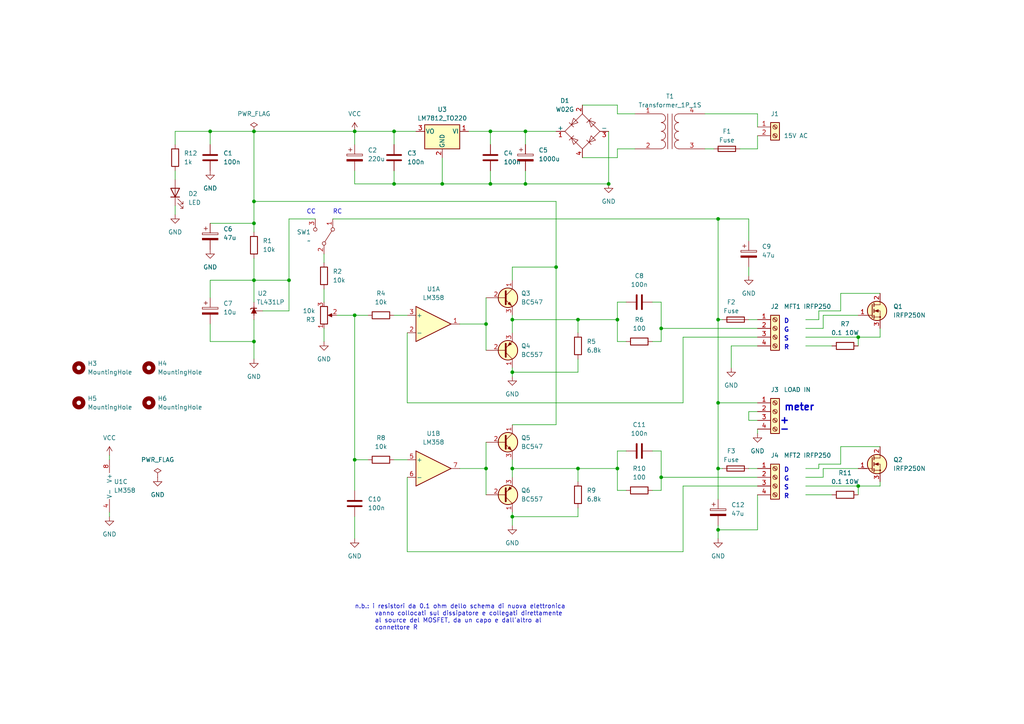
<source format=kicad_sch>
(kicad_sch (version 20231120) (generator "eeschema") (generator_version "8.0")
  (paper "A4")
  (lib_symbols
    (symbol "Amplifier_Operational:LM358" (pin_names (offset 0.127))
      (property "Reference" "U" (at 0 5.08 0))
      (property "Value" "LM358" (at 0 -5.08 0))
      (symbol "LM358_1_1"
        (polyline (pts (xy -5.08 5.08) (xy 5.08 0) (xy -5.08 -5.08) (xy -5.08 5.08)) (stroke (width 0.254)) (fill (type background)))
        (pin output line (at 7.62 0 180) (length 2.54) (name "~") (number "1"))
        (pin input line (at -7.62 -2.54 0) (length 2.54) (name "-") (number "2"))
        (pin input line (at -7.62 2.54 0) (length 2.54) (name "+") (number "3"))
      )
      (symbol "LM358_2_1"
        (polyline (pts (xy -5.08 5.08) (xy 5.08 0) (xy -5.08 -5.08) (xy -5.08 5.08)) (stroke (width 0.254)) (fill (type background)))
        (pin input line (at -7.62 2.54 0) (length 2.54) (name "+") (number "5"))
        (pin input line (at -7.62 -2.54 0) (length 2.54) (name "-") (number "6"))
        (pin output line (at 7.62 0 180) (length 2.54) (name "~") (number "7"))
      )
      (symbol "LM358_3_1"
        (pin power_in line (at -2.54 -7.62 90) (length 3.81) (name "V-") (number "4"))
        (pin power_in line (at -2.54 7.62 270) (length 3.81) (name "V+") (number "8"))
      )
    )
    (symbol "Connector:Screw_Terminal_01x02" (pin_names (offset 1.016) hide)
      (property "Reference" "J" (at 0 2.54 0))
      (property "Value" "Screw_Terminal_01x02" (at 0 -5.08 0))
      (symbol "Screw_Terminal_01x02_1_1"
        (rectangle (start -1.27 1.27) (end 1.27 -3.81) (stroke (width 0.254)) (fill (type background)))
        (circle (center 0 -2.54) (radius 0.635) (stroke (width 0.1524)))
        (polyline (pts (xy -0.5334 -2.2098) (xy 0.3302 -3.048)) (stroke (width 0.1524)))
        (polyline (pts (xy -0.5334 0.3302) (xy 0.3302 -0.508)) (stroke (width 0.1524)))
        (polyline (pts (xy -0.3556 -2.032) (xy 0.508 -2.8702)) (stroke (width 0.1524)))
        (polyline (pts (xy -0.3556 0.508) (xy 0.508 -0.3302)) (stroke (width 0.1524)))
        (circle (center 0 0) (radius 0.635) (stroke (width 0.1524)))
        (pin passive line (at -5.08 0 0) (length 3.81) (name "Pin_1") (number "1"))
        (pin passive line (at -5.08 -2.54 0) (length 3.81) (name "Pin_2") (number "2"))
      )
    )
    (symbol "Connector:Screw_Terminal_01x04" (pin_names (offset 1.016) hide)
      (property "Reference" "J" (at 0 5.08 0))
      (property "Value" "Screw_Terminal_01x04" (at 0 -7.62 0))
      (symbol "Screw_Terminal_01x04_1_1"
        (rectangle (start -1.27 3.81) (end 1.27 -6.35) (stroke (width 0.254)) (fill (type background)))
        (circle (center 0 -5.08) (radius 0.635) (stroke (width 0.1524)))
        (circle (center 0 -2.54) (radius 0.635) (stroke (width 0.1524)))
        (polyline (pts (xy -0.5334 -4.7498) (xy 0.3302 -5.588)) (stroke (width 0.1524)))
        (polyline (pts (xy -0.5334 -2.2098) (xy 0.3302 -3.048)) (stroke (width 0.1524)))
        (polyline (pts (xy -0.5334 0.3302) (xy 0.3302 -0.508)) (stroke (width 0.1524)))
        (polyline (pts (xy -0.5334 2.8702) (xy 0.3302 2.032)) (stroke (width 0.1524)))
        (polyline (pts (xy -0.3556 -4.572) (xy 0.508 -5.4102)) (stroke (width 0.1524)))
        (polyline (pts (xy -0.3556 -2.032) (xy 0.508 -2.8702)) (stroke (width 0.1524)))
        (polyline (pts (xy -0.3556 0.508) (xy 0.508 -0.3302)) (stroke (width 0.1524)))
        (polyline (pts (xy -0.3556 3.048) (xy 0.508 2.2098)) (stroke (width 0.1524)))
        (circle (center 0 0) (radius 0.635) (stroke (width 0.1524)))
        (circle (center 0 2.54) (radius 0.635) (stroke (width 0.1524)))
        (pin passive line (at -5.08 2.54 0) (length 3.81) (name "Pin_1") (number "1"))
        (pin passive line (at -5.08 0 0) (length 3.81) (name "Pin_2") (number "2"))
        (pin passive line (at -5.08 -2.54 0) (length 3.81) (name "Pin_3") (number "3"))
        (pin passive line (at -5.08 -5.08 0) (length 3.81) (name "Pin_4") (number "4"))
      )
    )
    (symbol "Device:C" (pin_numbers hide) (pin_names (offset 0.254))
      (property "Reference" "C" (at 0.635 2.54 0))
      (property "Value" "C" (at 0.635 -2.54 0))
      (symbol "C_0_1"
        (polyline (pts (xy -2.032 -0.762) (xy 2.032 -0.762)) (stroke (width 0.508)))
        (polyline (pts (xy -2.032 0.762) (xy 2.032 0.762)) (stroke (width 0.508)))
      )
      (symbol "C_1_1"
        (pin passive line (at 0 3.81 270) (length 2.794) (name "~") (number "1"))
        (pin passive line (at 0 -3.81 90) (length 2.794) (name "~") (number "2"))
      )
    )
    (symbol "Device:C_Polarized" (pin_numbers hide) (pin_names (offset 0.254))
      (property "Reference" "C" (at 0.635 2.54 0))
      (property "Value" "C_Polarized" (at 0.635 -2.54 0))
      (symbol "C_Polarized_0_1"
        (rectangle (start -2.286 0.508) (end 2.286 1.016))
        (polyline (pts (xy -1.778 2.286) (xy -0.762 2.286)))
        (polyline (pts (xy -1.27 2.794) (xy -1.27 1.778)))
        (rectangle (start 2.286 -0.508) (end -2.286 -1.016) (fill (type outline)))
      )
      (symbol "C_Polarized_1_1"
        (pin passive line (at 0 3.81 270) (length 2.794) (name "~") (number "1"))
        (pin passive line (at 0 -3.81 90) (length 2.794) (name "~") (number "2"))
      )
    )
    (symbol "Device:Fuse" (pin_numbers hide) (pin_names (offset 0))
      (property "Reference" "F" (at 2.032 0 90))
      (property "Value" "Fuse" (at -1.905 0 90))
      (symbol "Fuse_0_1"
        (rectangle (start -0.762 -2.54) (end 0.762 2.54) (stroke (width 0.254)))
        (polyline (pts (xy 0 2.54) (xy 0 -2.54)))
      )
      (symbol "Fuse_1_1"
        (pin passive line (at 0 3.81 270) (length 1.27) (name "~") (number "1"))
        (pin passive line (at 0 -3.81 90) (length 1.27) (name "~") (number "2"))
      )
    )
    (symbol "Device:LED" (pin_numbers hide) (pin_names (offset 1.016) hide)
      (property "Reference" "D" (at 0 2.54 0))
      (property "Value" "LED" (at 0 -2.54 0))
      (symbol "LED_0_1"
        (polyline (pts (xy -1.27 -1.27) (xy -1.27 1.27)) (stroke (width 0.254)))
        (polyline (pts (xy -1.27 0) (xy 1.27 0)))
        (polyline (pts (xy 1.27 -1.27) (xy 1.27 1.27) (xy -1.27 0) (xy 1.27 -1.27)) (stroke (width 0.254)))
        (polyline (pts (xy -3.048 -0.762) (xy -4.572 -2.286) (xy -3.81 -2.286) (xy -4.572 -2.286) (xy -4.572 -1.524)))
        (polyline (pts (xy -1.778 -0.762) (xy -3.302 -2.286) (xy -2.54 -2.286) (xy -3.302 -2.286) (xy -3.302 -1.524)))
      )
      (symbol "LED_1_1"
        (pin passive line (at -3.81 0 0) (length 2.54) (name "K") (number "1"))
        (pin passive line (at 3.81 0 180) (length 2.54) (name "A") (number "2"))
      )
    )
    (symbol "Device:R" (pin_numbers hide) (pin_names (offset 0))
      (property "Reference" "R" (at 2.032 0 90))
      (property "Value" "R" (at 0 0 90))
      (symbol "R_0_1"
        (rectangle (start -1.016 -2.54) (end 1.016 2.54) (stroke (width 0.254)))
      )
      (symbol "R_1_1"
        (pin passive line (at 0 3.81 270) (length 1.27) (name "~") (number "1"))
        (pin passive line (at 0 -3.81 90) (length 1.27) (name "~") (number "2"))
      )
    )
    (symbol "Device:R_Potentiometer" (pin_names (offset 1.016) hide)
      (property "Reference" "RV" (at -4.445 0 90))
      (property "Value" "R_Potentiometer" (at -2.54 0 90))
      (symbol "R_Potentiometer_0_1"
        (polyline (pts (xy 2.54 0) (xy 1.524 0)))
        (polyline (pts (xy 1.143 0) (xy 2.286 0.508) (xy 2.286 -0.508) (xy 1.143 0)) (fill (type outline)))
        (rectangle (start 1.016 2.54) (end -1.016 -2.54) (stroke (width 0.254)))
      )
      (symbol "R_Potentiometer_1_1"
        (pin passive line (at 0 3.81 270) (length 1.27) (name "1") (number "1"))
        (pin passive line (at 3.81 0 180) (length 1.27) (name "2") (number "2"))
        (pin passive line (at 0 -3.81 90) (length 1.27) (name "3") (number "3"))
      )
    )
    (symbol "Device:Transformer_1P_1S" (pin_names (offset 1.016) hide)
      (property "Reference" "T" (at 0 6.35 0))
      (property "Value" "Transformer_1P_1S" (at 0 -7.62 0))
      (symbol "Transformer_1P_1S_0_1"
        (arc (start -2.54 -5.0546) (mid -1.6599 -4.6901) (end -1.27 -3.81))
        (arc (start -2.54 -2.5146) (mid -1.6599 -2.1501) (end -1.27 -1.27))
        (arc (start -2.54 0.0254) (mid -1.6599 0.3899) (end -1.27 1.27))
        (arc (start -2.54 2.5654) (mid -1.6599 2.9299) (end -1.27 3.81))
        (arc (start -1.27 -3.81) (mid -1.642 -2.912) (end -2.54 -2.54))
        (arc (start -1.27 -1.27) (mid -1.642 -0.372) (end -2.54 0))
        (arc (start -1.27 1.27) (mid -1.642 2.168) (end -2.54 2.54))
        (arc (start -1.27 3.81) (mid -1.642 4.708) (end -2.54 5.08))
        (polyline (pts (xy -0.635 5.08) (xy -0.635 -5.08)))
        (polyline (pts (xy 0.635 -5.08) (xy 0.635 5.08)))
        (arc (start 1.2954 -1.27) (mid 1.6599 -2.1501) (end 2.54 -2.5146))
        (arc (start 1.2954 1.27) (mid 1.6599 0.3899) (end 2.54 0.0254))
        (arc (start 1.2954 3.81) (mid 1.6599 2.9299) (end 2.54 2.5654))
        (arc (start 1.3208 -3.81) (mid 1.6853 -4.6901) (end 2.5654 -5.0546))
        (arc (start 2.54 0) (mid 1.642 -0.372) (end 1.2954 -1.27))
        (arc (start 2.54 2.54) (mid 1.642 2.168) (end 1.2954 1.27))
        (arc (start 2.54 5.08) (mid 1.642 4.708) (end 1.2954 3.81))
        (arc (start 2.5654 -2.54) (mid 1.6674 -2.912) (end 1.3208 -3.81))
      )
      (symbol "Transformer_1P_1S_1_1"
        (pin passive line (at -10.16 5.08 0) (length 7.62) (name "AA") (number "1"))
        (pin passive line (at -10.16 -5.08 0) (length 7.62) (name "AB") (number "2"))
        (pin passive line (at 10.16 -5.08 180) (length 7.62) (name "SA") (number "3"))
        (pin passive line (at 10.16 5.08 180) (length 7.62) (name "SB") (number "4"))
      )
    )
    (symbol "Diode_Bridge:W02G" (pin_names (offset 0))
      (property "Reference" "D" (at 2.54 6.985 0))
      (property "Value" "W02G" (at 2.54 5.08 0))
      (symbol "W02G_0_1"
        (polyline (pts (xy -2.54 3.81) (xy -1.27 2.54)))
        (polyline (pts (xy -1.27 -2.54) (xy -2.54 -3.81)))
        (polyline (pts (xy 2.54 -1.27) (xy 3.81 -2.54)))
        (polyline (pts (xy 2.54 1.27) (xy 3.81 2.54)))
        (polyline (pts (xy -3.81 2.54) (xy -2.54 1.27) (xy -1.905 3.175) (xy -3.81 2.54)))
        (polyline (pts (xy -2.54 -1.27) (xy -3.81 -2.54) (xy -1.905 -3.175) (xy -2.54 -1.27)))
        (polyline (pts (xy 1.27 2.54) (xy 2.54 3.81) (xy 3.175 1.905) (xy 1.27 2.54)))
        (polyline (pts (xy 3.175 -1.905) (xy 1.27 -2.54) (xy 2.54 -3.81) (xy 3.175 -1.905)))
        (polyline (pts (xy -5.08 0) (xy 0 -5.08) (xy 5.08 0) (xy 0 5.08) (xy -5.08 0)))
      )
      (symbol "W02G_1_1"
        (pin passive line (at 7.62 0 180) (length 2.54) (name "+") (number "1"))
        (pin passive line (at 0 -7.62 90) (length 2.54) (name "~") (number "2"))
        (pin passive line (at -7.62 0 0) (length 2.54) (name "-") (number "3"))
        (pin passive line (at 0 7.62 270) (length 2.54) (name "~") (number "4"))
      )
    )
    (symbol "Mechanical:MountingHole" (pin_names (offset 1.016))
      (property "Reference" "H" (at 0 5.08 0))
      (property "Value" "MountingHole" (at 0 3.175 0))
      (symbol "MountingHole_0_1"
        (circle (center 0 0) (radius 1.27) (stroke (width 1.27)))
      )
    )
    (symbol "PCM_Transistor_BJT_AKL:BC547" (pin_names hide)
      (property "Reference" "Q" (at 5.08 1.27 0))
      (property "Value" "BC547" (at 5.08 -1.27 0))
      (symbol "BC547_0_1"
        (polyline (pts (xy 0.635 0.635) (xy 2.54 2.54)))
        (polyline (pts (xy 0.635 -0.635) (xy 2.54 -2.54) (xy 2.54 -2.54)))
        (polyline (pts (xy 0.635 1.905) (xy 0.635 -1.905) (xy 0.635 -1.905)) (stroke (width 0.508)))
        (polyline (pts (xy 1.27 -1.778) (xy 1.778 -1.27) (xy 2.286 -2.286) (xy 1.27 -1.778) (xy 1.27 -1.778)) (fill (type outline)))
        (circle (center 1.27 0) (radius 2.8194) (stroke (width 0.254)) (fill (type background)))
      )
      (symbol "BC547_1_1"
        (pin passive line (at 2.54 5.08 270) (length 2.54) (name "C") (number "1"))
        (pin input line (at -5.08 0 0) (length 5.715) (name "B") (number "2"))
        (pin passive line (at 2.54 -5.08 90) (length 2.54) (name "E") (number "3"))
      )
    )
    (symbol "PCM_Transistor_BJT_AKL:BC557" (pin_names hide)
      (property "Reference" "Q" (at 5.08 1.27 0))
      (property "Value" "BC557" (at 5.08 -1.27 0))
      (symbol "BC557_0_1"
        (polyline (pts (xy 0.635 -0.635) (xy 2.54 -2.54)))
        (polyline (pts (xy 0.635 -1.905) (xy 0.635 1.905) (xy 0.635 1.905)) (stroke (width 0.508)))
        (polyline (pts (xy 0.635 0.635) (xy 2.54 2.54) (xy 2.54 2.54)))
        (polyline (pts (xy 2.286 1.778) (xy 1.778 2.286) (xy 1.27 1.27) (xy 2.286 1.778) (xy 2.286 1.778)) (fill (type outline)))
        (circle (center 1.27 0) (radius 2.8194) (stroke (width 0.254)) (fill (type background)))
      )
      (symbol "BC557_1_1"
        (pin passive line (at 2.54 -5.08 90) (length 2.54) (name "C") (number "1"))
        (pin input line (at -5.08 0 0) (length 5.715) (name "B") (number "2"))
        (pin passive line (at 2.54 5.08 270) (length 2.54) (name "E") (number "3"))
      )
    )
    (symbol "PCM_Transistor_MOSFET_AKL:IRFP250N" (pin_names hide)
      (property "Reference" "Q" (at 5.08 1.27 0))
      (property "Value" "IRFP250N" (at 5.08 -1.27 0))
      (symbol "IRFP250N_0_1"
        (polyline (pts (xy 0.254 -1.27) (xy -2.54 -1.27)))
        (polyline (pts (xy 0.254 1.905) (xy 0.254 -1.905)) (stroke (width 0.254)))
        (polyline (pts (xy 0.762 -1.778) (xy 2.54 -1.778)))
        (polyline (pts (xy 0.762 -1.27) (xy 0.762 -2.286)) (stroke (width 0.254)))
        (polyline (pts (xy 0.762 0.508) (xy 0.762 -0.508)) (stroke (width 0.254)))
        (polyline (pts (xy 0.762 2.286) (xy 0.762 1.27)) (stroke (width 0.254)))
        (polyline (pts (xy 2.54 1.778) (xy 0.762 1.778)))
        (polyline (pts (xy 2.54 2.54) (xy 2.54 1.778)))
        (polyline (pts (xy 2.54 -2.54) (xy 2.54 0) (xy 0.762 0)))
        (polyline (pts (xy 1.016 0) (xy 2.032 0.381) (xy 2.032 -0.381) (xy 1.016 0)) (fill (type outline)))
        (circle (center 1.651 0) (radius 2.794) (stroke (width 0.254)) (fill (type background)))
        (circle (center 2.54 -1.778) (radius 0.1778) (fill (type outline)))
      )
      (symbol "IRFP250N_1_1"
        (pin input line (at -3.81 -1.27 0) (length 2.54) (name "G") (number "1"))
        (pin passive line (at 2.54 5.08 270) (length 2.54) (name "D") (number "2"))
        (pin passive line (at 2.54 -5.08 90) (length 2.54) (name "S") (number "3"))
      )
    )
    (symbol "Reference_Voltage:TL431LP" (pin_numbers hide) (pin_names hide)
      (property "Reference" "U" (at -2.54 2.54 0))
      (property "Value" "TL431LP" (at 0 -2.54 0))
      (symbol "TL431LP_0_1"
        (polyline (pts (xy -1.27 0) (xy 0 0) (xy 1.27 0)))
        (polyline (pts (xy -0.762 0.762) (xy 0.762 0) (xy -0.762 -0.762)) (fill (type outline)))
        (polyline (pts (xy 0.508 -1.016) (xy 0.762 -0.762) (xy 0.762 0.762) (xy 0.762 0.762)) (stroke (width 0.254)))
      )
      (symbol "TL431LP_1_1"
        (pin passive line (at 0 2.54 270) (length 2.54) (name "REF") (number "1"))
        (pin passive line (at -2.54 0 0) (length 2.54) (name "A") (number "2"))
        (pin passive line (at 2.54 0 180) (length 2.54) (name "K") (number "3"))
      )
    )
    (symbol "Regulator_Linear:LM7812_TO220" (pin_names (offset 0.254))
      (property "Reference" "U" (at -3.81 3.175 0))
      (property "Value" "LM7812_TO220" (at 0 3.175 0))
      (symbol "LM7812_TO220_0_1"
        (rectangle (start -5.08 1.905) (end 5.08 -5.08) (stroke (width 0.254)) (fill (type background)))
      )
      (symbol "LM7812_TO220_1_1"
        (pin power_in line (at -7.62 0 0) (length 2.54) (name "VI") (number "1"))
        (pin power_in line (at 0 -7.62 90) (length 2.54) (name "GND") (number "2"))
        (pin power_out line (at 7.62 0 180) (length 2.54) (name "VO") (number "3"))
      )
    )
    (symbol "Switch:SW_SPDT" (pin_names (offset 0) hide)
      (property "Reference" "SW" (at 0 4.318 0))
      (property "Value" "SW_SPDT" (at 0 -5.08 0))
      (symbol "SW_SPDT_0_0"
        (circle (center -2.032 0) (radius 0.508))
        (circle (center 2.032 -2.54) (radius 0.508))
      )
      (symbol "SW_SPDT_0_1"
        (polyline (pts (xy -1.524 0.254) (xy 1.651 2.286)))
        (circle (center 2.032 2.54) (radius 0.508))
      )
      (symbol "SW_SPDT_1_1"
        (pin passive line (at 5.08 2.54 180) (length 2.54) (name "A") (number "1"))
        (pin passive line (at -5.08 0 0) (length 2.54) (name "B") (number "2"))
        (pin passive line (at 5.08 -2.54 180) (length 2.54) (name "C") (number "3"))
      )
    )
    (symbol "power:GND" (power) (pin_names (offset 0))
      (property "Value" "GND" (at 0 -3.81 0))
      (symbol "GND_0_1"
        (polyline (pts (xy 0 0) (xy 0 -1.27) (xy 1.27 -1.27) (xy 0 -2.54) (xy -1.27 -1.27) (xy 0 -1.27)))
      )
      (symbol "GND_1_1"
        (pin power_in line (at 0 0 270) (length 0) hide (name "GND") (number "1"))
      )
    )
    (symbol "power:PWR_FLAG" (power) (pin_numbers hide) (pin_names (offset 0) hide)
      (property "Value" "PWR_FLAG" (at 0 3.81 0))
      (symbol "PWR_FLAG_0_0"
        (pin power_out line (at 0 0 90) (length 0) (name "pwr") (number "1"))
      )
      (symbol "PWR_FLAG_0_1"
        (polyline (pts (xy 0 0) (xy 0 1.27) (xy -1.016 1.905) (xy 0 2.54) (xy 1.016 1.905) (xy 0 1.27)))
      )
    )
    (symbol "power:VCC" (power) (pin_names (offset 0))
      (property "Value" "VCC" (at 0 3.81 0))
      (symbol "VCC_0_1"
        (polyline (pts (xy -0.762 1.27) (xy 0 2.54)))
        (polyline (pts (xy 0 0) (xy 0 2.54)))
        (polyline (pts (xy 0 2.54) (xy 0.762 1.27)))
      )
      (symbol "VCC_1_1"
        (pin power_in line (at 0 0 90) (length 0) hide (name "VCC") (number "1"))
      )
    )
  )
  (junction (at 167.64 135.89))
  (junction (at 114.3 38.1))
  (junction (at 102.87 91.44))
  (junction (at 140.97 93.98))
  (junction (at 83.82 81.28))
  (junction (at 248.92 140.97))
  (junction (at 179.07 92.71))
  (junction (at 73.66 38.1))
  (junction (at 73.66 99.06))
  (junction (at 191.77 138.43))
  (junction (at 208.28 116.84))
  (junction (at 148.59 135.89))
  (junction (at 179.07 135.89))
  (junction (at 208.28 92.71))
  (junction (at 152.4 53.34))
  (junction (at 148.59 149.86))
  (junction (at 60.96 38.1))
  (junction (at 140.97 135.89))
  (junction (at 208.28 135.89))
  (junction (at 152.4 38.1))
  (junction (at 73.66 58.42))
  (junction (at 161.29 77.47))
  (junction (at 73.66 81.28))
  (junction (at 191.77 95.25))
  (junction (at 148.59 107.95))
  (junction (at 176.53 53.34))
  (junction (at 148.59 92.71))
  (junction (at 142.24 53.34))
  (junction (at 208.28 63.5))
  (junction (at 102.87 133.35))
  (junction (at 73.66 64.77))
  (junction (at 167.64 92.71))
  (junction (at 114.3 53.34))
  (junction (at 102.87 38.1))
  (junction (at 142.24 38.1))
  (junction (at 248.92 97.79))
  (junction (at 208.28 153.67))
  (junction (at 128.27 53.34))
  (wire (pts (xy 179.07 142.24) (xy 181.61 142.24)))
  (wire (pts (xy 73.66 74.93) (xy 73.66 81.28)))
  (wire (pts (xy 148.59 135.89) (xy 167.64 135.89)))
  (wire (pts (xy 114.3 53.34) (xy 128.27 53.34)))
  (wire (pts (xy 191.77 95.25) (xy 219.71 95.25)))
  (wire (pts (xy 83.82 63.5) (xy 83.82 81.28)))
  (wire (pts (xy 219.71 125.73) (xy 219.71 124.46)))
  (wire (pts (xy 255.27 140.97) (xy 248.92 140.97)))
  (wire (pts (xy 208.28 153.67) (xy 208.28 156.21)))
  (wire (pts (xy 50.8 52.07) (xy 50.8 49.53)))
  (wire (pts (xy 208.28 152.4) (xy 208.28 153.67)))
  (wire (pts (xy 219.71 119.38) (xy 217.17 119.38)))
  (wire (pts (xy 179.07 135.89) (xy 179.07 142.24)))
  (wire (pts (xy 148.59 149.86) (xy 148.59 152.4)))
  (wire (pts (xy 73.66 58.42) (xy 73.66 64.77)))
  (wire (pts (xy 212.09 100.33) (xy 212.09 106.68)))
  (wire (pts (xy 238.76 135.89) (xy 238.76 138.43)))
  (wire (pts (xy 93.98 83.82) (xy 93.98 87.63)))
  (wire (pts (xy 191.77 87.63) (xy 191.77 95.25)))
  (wire (pts (xy 179.07 130.81) (xy 179.07 135.89)))
  (wire (pts (xy 233.68 138.43) (xy 238.76 138.43)))
  (wire (pts (xy 161.29 77.47) (xy 161.29 123.19)))
  (wire (pts (xy 133.35 135.89) (xy 140.97 135.89)))
  (wire (pts (xy 152.4 38.1) (xy 152.4 41.91)))
  (wire (pts (xy 243.84 134.62) (xy 237.49 134.62)))
  (wire (pts (xy 219.71 153.67) (xy 208.28 153.67)))
  (wire (pts (xy 140.97 128.27) (xy 140.97 135.89)))
  (wire (pts (xy 140.97 93.98) (xy 140.97 101.6)))
  (wire (pts (xy 102.87 133.35) (xy 102.87 142.24)))
  (wire (pts (xy 60.96 86.36) (xy 60.96 81.28)))
  (wire (pts (xy 255.27 139.7) (xy 255.27 140.97)))
  (wire (pts (xy 167.64 135.89) (xy 167.64 139.7)))
  (wire (pts (xy 73.66 81.28) (xy 83.82 81.28)))
  (wire (pts (xy 209.55 135.89) (xy 208.28 135.89)))
  (wire (pts (xy 233.68 135.89) (xy 237.49 135.89)))
  (wire (pts (xy 83.82 90.17) (xy 83.82 81.28)))
  (wire (pts (xy 198.12 97.79) (xy 219.71 97.79)))
  (wire (pts (xy 118.11 138.43) (xy 118.11 160.02)))
  (wire (pts (xy 243.84 129.54) (xy 243.84 134.62)))
  (wire (pts (xy 102.87 38.1) (xy 114.3 38.1)))
  (wire (pts (xy 60.96 93.98) (xy 60.96 99.06)))
  (wire (pts (xy 133.35 93.98) (xy 140.97 93.98)))
  (wire (pts (xy 142.24 53.34) (xy 152.4 53.34)))
  (wire (pts (xy 179.07 45.72) (xy 179.07 43.18)))
  (wire (pts (xy 168.91 45.72) (xy 179.07 45.72)))
  (wire (pts (xy 167.64 147.32) (xy 167.64 149.86)))
  (wire (pts (xy 204.47 33.02) (xy 219.71 33.02)))
  (wire (pts (xy 219.71 39.37) (xy 219.71 43.18)))
  (wire (pts (xy 167.64 92.71) (xy 179.07 92.71)))
  (wire (pts (xy 118.11 96.52) (xy 118.11 116.84)))
  (wire (pts (xy 114.3 91.44) (xy 118.11 91.44)))
  (wire (pts (xy 60.96 38.1) (xy 73.66 38.1)))
  (wire (pts (xy 148.59 106.68) (xy 148.59 107.95)))
  (wire (pts (xy 102.87 49.53) (xy 102.87 53.34)))
  (wire (pts (xy 248.92 91.44) (xy 238.76 91.44)))
  (wire (pts (xy 102.87 91.44) (xy 102.87 133.35)))
  (wire (pts (xy 128.27 53.34) (xy 142.24 53.34)))
  (wire (pts (xy 217.17 135.89) (xy 219.71 135.89)))
  (wire (pts (xy 179.07 43.18) (xy 184.15 43.18)))
  (wire (pts (xy 102.87 53.34) (xy 114.3 53.34)))
  (wire (pts (xy 233.68 97.79) (xy 248.92 97.79)))
  (wire (pts (xy 73.66 92.71) (xy 73.66 99.06)))
  (wire (pts (xy 148.59 77.47) (xy 161.29 77.47)))
  (wire (pts (xy 181.61 130.81) (xy 179.07 130.81)))
  (wire (pts (xy 118.11 116.84) (xy 198.12 116.84)))
  (wire (pts (xy 219.71 143.51) (xy 219.71 153.67)))
  (wire (pts (xy 189.23 130.81) (xy 191.77 130.81)))
  (wire (pts (xy 198.12 140.97) (xy 198.12 160.02)))
  (wire (pts (xy 50.8 41.91) (xy 50.8 38.1)))
  (wire (pts (xy 135.89 38.1) (xy 142.24 38.1)))
  (wire (pts (xy 219.71 33.02) (xy 219.71 36.83)))
  (wire (pts (xy 128.27 45.72) (xy 128.27 53.34)))
  (wire (pts (xy 118.11 160.02) (xy 198.12 160.02)))
  (wire (pts (xy 140.97 135.89) (xy 140.97 143.51)))
  (wire (pts (xy 102.87 38.1) (xy 102.87 41.91)))
  (wire (pts (xy 233.68 143.51) (xy 241.3 143.51)))
  (wire (pts (xy 148.59 123.19) (xy 161.29 123.19)))
  (wire (pts (xy 31.75 148.59) (xy 31.75 149.86)))
  (wire (pts (xy 102.87 149.86) (xy 102.87 156.21)))
  (wire (pts (xy 233.68 92.71) (xy 237.49 92.71)))
  (wire (pts (xy 176.53 38.1) (xy 176.53 53.34)))
  (wire (pts (xy 60.96 99.06) (xy 73.66 99.06)))
  (wire (pts (xy 60.96 81.28) (xy 73.66 81.28)))
  (wire (pts (xy 179.07 33.02) (xy 184.15 33.02)))
  (wire (pts (xy 248.92 143.51) (xy 248.92 140.97)))
  (wire (pts (xy 243.84 90.17) (xy 237.49 90.17)))
  (wire (pts (xy 167.64 107.95) (xy 148.59 107.95)))
  (wire (pts (xy 219.71 43.18) (xy 214.63 43.18)))
  (wire (pts (xy 255.27 85.09) (xy 243.84 85.09)))
  (wire (pts (xy 161.29 58.42) (xy 161.29 77.47)))
  (wire (pts (xy 142.24 49.53) (xy 142.24 53.34)))
  (wire (pts (xy 198.12 97.79) (xy 198.12 116.84)))
  (wire (pts (xy 207.01 43.18) (xy 204.47 43.18)))
  (wire (pts (xy 209.55 92.71) (xy 208.28 92.71)))
  (wire (pts (xy 102.87 91.44) (xy 106.68 91.44)))
  (wire (pts (xy 238.76 91.44) (xy 238.76 95.25)))
  (wire (pts (xy 152.4 38.1) (xy 161.29 38.1)))
  (wire (pts (xy 73.66 99.06) (xy 73.66 104.14)))
  (wire (pts (xy 255.27 129.54) (xy 243.84 129.54)))
  (wire (pts (xy 243.84 85.09) (xy 243.84 90.17)))
  (wire (pts (xy 97.79 91.44) (xy 102.87 91.44)))
  (wire (pts (xy 191.77 138.43) (xy 191.77 142.24)))
  (wire (pts (xy 191.77 138.43) (xy 219.71 138.43)))
  (wire (pts (xy 142.24 38.1) (xy 142.24 41.91)))
  (wire (pts (xy 248.92 135.89) (xy 238.76 135.89)))
  (wire (pts (xy 167.64 104.14) (xy 167.64 107.95)))
  (wire (pts (xy 148.59 149.86) (xy 167.64 149.86)))
  (wire (pts (xy 189.23 142.24) (xy 191.77 142.24)))
  (wire (pts (xy 114.3 38.1) (xy 120.65 38.1)))
  (wire (pts (xy 73.66 58.42) (xy 161.29 58.42)))
  (wire (pts (xy 208.28 116.84) (xy 208.28 135.89)))
  (wire (pts (xy 148.59 107.95) (xy 148.59 109.22)))
  (wire (pts (xy 148.59 91.44) (xy 148.59 92.71)))
  (wire (pts (xy 140.97 86.36) (xy 140.97 93.98)))
  (wire (pts (xy 31.75 132.08) (xy 31.75 133.35)))
  (wire (pts (xy 179.07 92.71) (xy 179.07 99.06)))
  (wire (pts (xy 96.52 63.5) (xy 208.28 63.5)))
  (wire (pts (xy 255.27 97.79) (xy 248.92 97.79)))
  (wire (pts (xy 73.66 67.31) (xy 73.66 64.77)))
  (wire (pts (xy 217.17 119.38) (xy 217.17 121.92)))
  (wire (pts (xy 248.92 100.33) (xy 248.92 97.79)))
  (wire (pts (xy 255.27 95.25) (xy 255.27 97.79)))
  (wire (pts (xy 114.3 49.53) (xy 114.3 53.34)))
  (wire (pts (xy 191.77 99.06) (xy 189.23 99.06)))
  (wire (pts (xy 179.07 87.63) (xy 179.07 92.71)))
  (wire (pts (xy 233.68 140.97) (xy 248.92 140.97)))
  (wire (pts (xy 93.98 95.25) (xy 93.98 99.06)))
  (wire (pts (xy 233.68 95.25) (xy 238.76 95.25)))
  (wire (pts (xy 152.4 53.34) (xy 176.53 53.34)))
  (wire (pts (xy 208.28 63.5) (xy 217.17 63.5)))
  (wire (pts (xy 191.77 95.25) (xy 191.77 99.06)))
  (wire (pts (xy 148.59 148.59) (xy 148.59 149.86)))
  (wire (pts (xy 60.96 64.77) (xy 73.66 64.77)))
  (wire (pts (xy 114.3 38.1) (xy 114.3 41.91)))
  (wire (pts (xy 208.28 63.5) (xy 208.28 92.71)))
  (wire (pts (xy 148.59 92.71) (xy 167.64 92.71)))
  (wire (pts (xy 93.98 73.66) (xy 93.98 76.2)))
  (wire (pts (xy 233.68 100.33) (xy 241.3 100.33)))
  (wire (pts (xy 152.4 49.53) (xy 152.4 53.34)))
  (wire (pts (xy 102.87 133.35) (xy 106.68 133.35)))
  (wire (pts (xy 208.28 116.84) (xy 219.71 116.84)))
  (wire (pts (xy 73.66 81.28) (xy 73.66 87.63)))
  (wire (pts (xy 219.71 100.33) (xy 212.09 100.33)))
  (wire (pts (xy 189.23 87.63) (xy 191.77 87.63)))
  (wire (pts (xy 179.07 30.48) (xy 179.07 33.02)))
  (wire (pts (xy 167.64 92.71) (xy 167.64 96.52)))
  (wire (pts (xy 217.17 77.47) (xy 217.17 80.01)))
  (wire (pts (xy 181.61 87.63) (xy 179.07 87.63)))
  (wire (pts (xy 76.2 90.17) (xy 83.82 90.17)))
  (wire (pts (xy 142.24 38.1) (xy 152.4 38.1)))
  (wire (pts (xy 148.59 92.71) (xy 148.59 96.52)))
  (wire (pts (xy 191.77 130.81) (xy 191.77 138.43)))
  (wire (pts (xy 148.59 135.89) (xy 148.59 138.43)))
  (wire (pts (xy 179.07 99.06) (xy 181.61 99.06)))
  (wire (pts (xy 73.66 38.1) (xy 73.66 58.42)))
  (wire (pts (xy 168.91 30.48) (xy 179.07 30.48)))
  (wire (pts (xy 50.8 62.23) (xy 50.8 59.69)))
  (wire (pts (xy 237.49 134.62) (xy 237.49 135.89)))
  (wire (pts (xy 73.66 38.1) (xy 102.87 38.1)))
  (wire (pts (xy 198.12 140.97) (xy 219.71 140.97)))
  (wire (pts (xy 167.64 135.89) (xy 179.07 135.89)))
  (wire (pts (xy 60.96 41.91) (xy 60.96 38.1)))
  (wire (pts (xy 208.28 135.89) (xy 208.28 144.78)))
  (wire (pts (xy 148.59 133.35) (xy 148.59 135.89)))
  (wire (pts (xy 219.71 92.71) (xy 217.17 92.71)))
  (wire (pts (xy 217.17 121.92) (xy 219.71 121.92)))
  (wire (pts (xy 217.17 69.85) (xy 217.17 63.5)))
  (wire (pts (xy 208.28 92.71) (xy 208.28 116.84)))
  (wire (pts (xy 237.49 90.17) (xy 237.49 92.71)))
  (wire (pts (xy 91.44 63.5) (xy 83.82 63.5)))
  (wire (pts (xy 50.8 38.1) (xy 60.96 38.1)))
  (wire (pts (xy 114.3 133.35) (xy 118.11 133.35)))
  (wire (pts (xy 148.59 81.28) (xy 148.59 77.47)))
  (text "RC" (at 96.52 62.23 0) (effects (font (size 1.27 1.27)) (justify left bottom)))
  (text "CC" (at 88.9 62.23 0) (effects (font (size 1.27 1.27)) (justify left bottom)))
  (text "n.b.: i resistori da 0.1 ohm dello schema di nuova elettronica\n      vanno collocati sul dissipatore e collegati direttamente\n      al source del MOSFET, da un capo e dall'altro al\n      connettore R" (at 102.87 182.88 0) (effects (font (size 1.27 1.27)) (justify left bottom)))
  (text "G" (at 227.33 139.7 0) (effects (font (size 1.27 1.27) (thickness 0.254) (bold yes)) (justify left bottom)))
  (text "S" (at 227.33 142.24 0) (effects (font (size 1.27 1.27) (thickness 0.254) (bold yes)) (justify left bottom)))
  (text "-" (at 226.06 125.73 0) (effects (font (size 2 2) (thickness 0.4) (bold yes)) (justify left bottom)))
  (text "+" (at 226.06 123.19 0) (effects (font (size 2 2) (thickness 0.4) (bold yes)) (justify left bottom)))
  (text "S" (at 227.33 99.06 0) (effects (font (size 1.27 1.27) (thickness 0.254) (bold yes)) (justify left bottom)))
  (text "D" (at 227.33 93.98 0) (effects (font (size 1.27 1.27) (thickness 0.254) (bold yes)) (justify left bottom)))
  (text "R" (at 227.33 101.6 0) (effects (font (size 1.27 1.27) (thickness 0.254) (bold yes)) (justify left bottom)))
  (text "G" (at 227.33 96.52 0) (effects (font (size 1.27 1.27) (thickness 0.254) (bold yes)) (justify left bottom)))
  (text "D" (at 227.33 137.16 0) (effects (font (size 1.27 1.27) (thickness 0.254) (bold yes)) (justify left bottom)))
  (text "R" (at 227.33 144.78 0) (effects (font (size 1.27 1.27) (thickness 0.254) (bold yes)) (justify left bottom)))
  (text "meter" (at 227.33 119.38 0) (effects (font (size 2 2) (thickness 0.4) (bold yes)) (justify left bottom)))
  (symbol (lib_id "Device:C") (at 142.24 45.72 0) (unit 1)
    (property "Reference" "C4" (at 146.05 44.45 0) (effects (justify left)))
    (property "Value" "100n" (at 146.05 46.99 0) (effects (justify left)))
    (property "Footprint" "Capacitor_THT:C_Disc_D5.0mm_W2.5mm_P5.00mm" (effects (hide yes)))
  )
  (symbol (lib_id "Device:C") (at 102.87 146.05 0) (unit 1)
    (property "Reference" "C10" (at 106.68 144.78 0) (effects (justify left)))
    (property "Value" "100n" (at 106.68 147.32 0) (effects (justify left)))
    (property "Footprint" "Capacitor_THT:C_Disc_D5.0mm_W2.5mm_P5.00mm" (effects (hide yes)))
  )
  (symbol (lib_id "Switch:SW_SPDT") (at 93.98 68.58 270) (mirror x) (unit 1)
    (property "Reference" "SW1" (at 90.17 67.31 90) (effects (justify right)))
    (property "Value" "~" (at 90.17 69.85 90) (effects (justify right)))
    (property "Footprint" "TerminalBlock_Altech:Altech_AK300_1x03_P5.00mm_45-Degree" (effects (hide yes)))
  )
  (symbol (lib_id "Amplifier_Operational:LM358") (at 34.29 140.97 0) (unit 3)
    (property "Reference" "U1" (at 33.02 139.7 0) (effects (justify left)))
    (property "Value" "LM358" (at 33.02 142.24 0) (effects (justify left)))
    (property "Footprint" "PCM_Package_DIP_AKL:DIP-8_W7.62mm_LongPads" (effects (hide yes)))
    (property "Datasheet" "http://www.ti.com/lit/ds/symlink/lm2904-n.pdf" (effects (hide yes)))
  )
  (symbol (lib_id "power:GND") (at 219.71 125.73 0) (unit 1)
    (property "Reference" "#PWR09" (effects (hide yes)))
    (property "Value" "GND" (at 219.71 130.81 0))
  )
  (symbol (lib_id "power:VCC") (at 102.87 38.1 0) (unit 1)
    (property "Reference" "#PWR08" (effects (hide yes)))
    (property "Value" "VCC" (at 102.87 33.02 0))
  )
  (symbol (lib_id "Device:C_Polarized") (at 217.17 73.66 0) (unit 1)
    (property "Reference" "C9" (at 220.98 71.501 0) (effects (justify left)))
    (property "Value" "47u" (at 220.98 74.041 0) (effects (justify left)))
    (property "Footprint" "Capacitor_THT:CP_Radial_D8.0mm_P5.00mm" (effects (hide yes)))
  )
  (symbol (lib_id "power:PWR_FLAG") (at 73.66 38.1 0) (unit 1)
    (property "Reference" "#FLG01" (effects (hide yes)))
    (property "Value" "PWR_FLAG" (at 73.66 33.02 0))
  )
  (symbol (lib_id "Device:C_Polarized") (at 60.96 68.58 0) (unit 1)
    (property "Reference" "C6" (at 64.77 66.421 0) (effects (justify left)))
    (property "Value" "47u" (at 64.77 68.961 0) (effects (justify left)))
    (property "Footprint" "Capacitor_THT:CP_Radial_D8.0mm_P5.00mm" (effects (hide yes)))
  )
  (symbol (lib_id "Mechanical:MountingHole") (at 43.18 106.68 0) (unit 1)
    (property "Reference" "H4" (at 45.72 105.41 0) (effects (justify left)))
    (property "Value" "MountingHole" (at 45.72 107.95 0) (effects (justify left)))
    (property "Footprint" "MountingHole:MountingHole_3.2mm_M3" (effects (hide yes)))
  )
  (symbol (lib_id "Device:Fuse") (at 213.36 135.89 90) (unit 1)
    (property "Reference" "F3" (at 212.09 130.81 90))
    (property "Value" "Fuse" (at 212.09 133.35 90))
    (property "Footprint" "Fuse:Fuseholder_Keystone_3555-2" (effects (hide yes)))
  )
  (symbol (lib_id "power:GND") (at 93.98 99.06 0) (unit 1)
    (property "Reference" "#PWR05" (effects (hide yes)))
    (property "Value" "GND" (at 93.98 104.14 0))
  )
  (symbol (lib_id "power:GND") (at 208.28 156.21 0) (unit 1)
    (property "Reference" "#PWR014" (effects (hide yes)))
    (property "Value" "GND" (at 208.28 161.29 0))
  )
  (symbol (lib_id "Device:R") (at 50.8 45.72 0) (unit 1)
    (property "Reference" "R12" (at 53.34 44.45 0) (effects (justify left)))
    (property "Value" "1k" (at 53.34 46.99 0) (effects (justify left)))
    (property "Footprint" "PCM_Resistor_THT_AKL:R_Axial_DIN0204_L3.6mm_D1.6mm_P7.62mm_Horizontal" (effects (hide yes)))
  )
  (symbol (lib_id "Device:R") (at 167.64 100.33 0) (unit 1)
    (property "Reference" "R5" (at 170.18 99.06 0) (effects (justify left)))
    (property "Value" "6.8k" (at 170.18 101.6 0) (effects (justify left)))
    (property "Footprint" "PCM_Resistor_THT_AKL:R_Axial_DIN0204_L3.6mm_D1.6mm_P7.62mm_Horizontal" (effects (hide yes)))
  )
  (symbol (lib_id "PCM_Transistor_BJT_AKL:BC557") (at 146.05 101.6 0) (unit 1)
    (property "Reference" "Q4" (at 151.13 100.33 0) (effects (justify left)))
    (property "Value" "BC557" (at 151.13 102.87 0) (effects (justify left)))
    (property "Footprint" "PCM_Package_TO_SOT_THT_AKL_Double:TO-92_Inline_Wide_CBE" (effects (hide yes)))
    (property "Datasheet" "https://www.tme.eu/Document/19c3b49670dc51eab7374dcc2c4f9200/BC556-BC560.pdf" (effects (hide yes)))
  )
  (symbol (lib_id "Connector:Screw_Terminal_01x04") (at 224.79 138.43 0) (unit 1)
    (property "Reference" "J4" (at 223.52 132.08 0) (effects (justify left)))
    (property "Value" "MFT2 IRFP250" (at 227.33 132.08 0) (effects (justify left)))
    (property "Footprint" "TerminalBlock_Altech:Altech_AK300_1x04_P5.00mm_45-Degree" (effects (hide yes)))
  )
  (symbol (lib_id "Amplifier_Operational:LM358") (at 125.73 135.89 0) (unit 2)
    (property "Reference" "U1" (at 125.73 125.73 0))
    (property "Value" "LM358" (at 125.73 128.27 0))
    (property "Footprint" "PCM_Package_DIP_AKL:DIP-8_W7.62mm_LongPads" (effects (hide yes)))
    (property "Datasheet" "http://www.ti.com/lit/ds/symlink/lm2904-n.pdf" (effects (hide yes)))
  )
  (symbol (lib_id "Diode_Bridge:W02G") (at 168.91 38.1 180) (unit 1)
    (property "Reference" "D1" (at 163.83 29.21 0))
    (property "Value" "W02G" (at 163.83 31.75 0))
    (property "Footprint" "Diode_THT:Diode_Bridge_Round_D9.0mm" (effects (hide yes)))
    (property "Datasheet" "https://www.vishay.com/docs/88769/woo5g.pdf" (effects (hide yes)))
  )
  (symbol (lib_id "power:GND") (at 217.17 80.01 0) (unit 1)
    (property "Reference" "#PWR012" (effects (hide yes)))
    (property "Value" "GND" (at 217.17 85.09 0))
  )
  (symbol (lib_id "power:GND") (at 50.8 62.23 0) (unit 1)
    (property "Reference" "#PWR015" (effects (hide yes)))
    (property "Value" "GND" (at 50.8 67.31 0))
  )
  (symbol (lib_id "power:GND") (at 60.96 72.39 0) (unit 1)
    (property "Reference" "#PWR02" (effects (hide yes)))
    (property "Value" "GND" (at 60.96 77.47 0))
  )
  (symbol (lib_id "power:GND") (at 212.09 106.68 0) (unit 1)
    (property "Reference" "#PWR010" (effects (hide yes)))
    (property "Value" "GND" (at 212.09 111.76 0))
  )
  (symbol (lib_id "power:GND") (at 102.87 156.21 0) (unit 1)
    (property "Reference" "#PWR018" (effects (hide yes)))
    (property "Value" "GND" (at 102.87 161.29 0))
  )
  (symbol (lib_id "power:PWR_FLAG") (at 45.72 138.43 0) (unit 1)
    (property "Reference" "#FLG02" (effects (hide yes)))
    (property "Value" "PWR_FLAG" (at 45.72 133.35 0))
  )
  (symbol (lib_id "Connector:Screw_Terminal_01x04") (at 224.79 119.38 0) (unit 1)
    (property "Reference" "J3" (at 223.52 113.03 0) (effects (justify left)))
    (property "Value" "LOAD IN" (at 227.33 113.03 0) (effects (justify left)))
    (property "Footprint" "TerminalBlock_Altech:Altech_AK300_1x04_P5.00mm_45-Degree" (effects (hide yes)))
  )
  (symbol (lib_id "Device:Fuse") (at 213.36 92.71 90) (unit 1)
    (property "Reference" "F2" (at 212.09 87.63 90))
    (property "Value" "Fuse" (at 212.09 90.17 90))
    (property "Footprint" "Fuse:Fuseholder_Keystone_3555-2" (effects (hide yes)))
  )
  (symbol (lib_id "Device:C_Polarized") (at 208.28 148.59 0) (unit 1)
    (property "Reference" "C12" (at 212.09 146.431 0) (effects (justify left)))
    (property "Value" "47u" (at 212.09 148.971 0) (effects (justify left)))
    (property "Footprint" "Capacitor_THT:CP_Radial_D8.0mm_P5.00mm" (effects (hide yes)))
  )
  (symbol (lib_id "PCM_Transistor_BJT_AKL:BC547") (at 146.05 86.36 0) (unit 1)
    (property "Reference" "Q3" (at 151.13 85.09 0) (effects (justify left)))
    (property "Value" "BC547" (at 151.13 87.63 0) (effects (justify left)))
    (property "Footprint" "PCM_Package_TO_SOT_THT_AKL_Double:TO-92_Inline_Wide_CBE" (effects (hide yes)))
    (property "Datasheet" "https://www.tme.eu/Document/6c5d898a533a0762c2bc33eb26c283a8/BC546-550-DTE.pdf" (effects (hide yes)))
  )
  (symbol (lib_id "Device:Transformer_1P_1S") (at 194.31 38.1 0) (unit 1)
    (property "Reference" "T1" (at 194.3227 27.94 0))
    (property "Value" "Transformer_1P_1S" (at 194.3227 30.48 0))
    (property "Footprint" "Transformer_THT:Transformer_CHK_EI48-8VA_1xSec" (effects (hide yes)))
  )
  (symbol (lib_id "Amplifier_Operational:LM358") (at 125.73 93.98 0) (unit 1)
    (property "Reference" "U1" (at 125.73 83.82 0))
    (property "Value" "LM358" (at 125.73 86.36 0))
    (property "Footprint" "PCM_Package_DIP_AKL:DIP-8_W7.62mm_LongPads" (effects (hide yes)))
    (property "Datasheet" "http://www.ti.com/lit/ds/symlink/lm2904-n.pdf" (effects (hide yes)))
  )
  (symbol (lib_id "power:VCC") (at 31.75 132.08 0) (unit 1)
    (property "Reference" "#PWR016" (effects (hide yes)))
    (property "Value" "VCC" (at 31.75 127 0))
  )
  (symbol (lib_id "power:GND") (at 176.53 53.34 0) (unit 1)
    (property "Reference" "#PWR03" (effects (hide yes)))
    (property "Value" "GND" (at 176.53 58.42 0))
  )
  (symbol (lib_id "Device:C_Polarized") (at 60.96 90.17 0) (unit 1)
    (property "Reference" "C7" (at 64.77 88.011 0) (effects (justify left)))
    (property "Value" "10u" (at 64.77 90.551 0) (effects (justify left)))
    (property "Footprint" "Capacitor_THT:CP_Radial_D8.0mm_P5.00mm" (effects (hide yes)))
  )
  (symbol (lib_id "Connector:Screw_Terminal_01x04") (at 224.79 95.25 0) (unit 1)
    (property "Reference" "J2" (at 223.52 88.9 0) (effects (justify left)))
    (property "Value" "MFT1 IRFP250" (at 227.33 88.9 0) (effects (justify left)))
    (property "Footprint" "TerminalBlock_Altech:Altech_AK300_1x04_P5.00mm_45-Degree" (effects (hide yes)))
  )
  (symbol (lib_id "Device:R") (at 167.64 143.51 0) (unit 1)
    (property "Reference" "R9" (at 170.18 142.24 0) (effects (justify left)))
    (property "Value" "6.8k" (at 170.18 144.78 0) (effects (justify left)))
    (property "Footprint" "PCM_Resistor_THT_AKL:R_Axial_DIN0204_L3.6mm_D1.6mm_P7.62mm_Horizontal" (effects (hide yes)))
  )
  (symbol (lib_id "Device:C_Polarized") (at 152.4 45.72 0) (unit 1)
    (property "Reference" "C5" (at 156.21 43.561 0) (effects (justify left)))
    (property "Value" "1000u" (at 156.21 46.101 0) (effects (justify left)))
    (property "Footprint" "Capacitor_THT:CP_Radial_D10.0mm_P7.50mm" (effects (hide yes)))
  )
  (symbol (lib_id "Device:R") (at 185.42 142.24 90) (unit 1)
    (property "Reference" "R10" (at 185.42 135.89 90))
    (property "Value" "100" (at 185.42 138.43 90))
    (property "Footprint" "PCM_Resistor_THT_AKL:R_Axial_DIN0204_L3.6mm_D1.6mm_P7.62mm_Horizontal" (effects (hide yes)))
  )
  (symbol (lib_id "Device:R") (at 245.11 100.33 90) (unit 1)
    (property "Reference" "R7" (at 245.11 93.98 90))
    (property "Value" "0.1 10W" (at 245.11 96.52 90))
  )
  (symbol (lib_id "Device:R") (at 110.49 91.44 270) (unit 1)
    (property "Reference" "R4" (at 110.49 85.09 90))
    (property "Value" "10k" (at 110.49 87.63 90))
    (property "Footprint" "PCM_Resistor_THT_AKL:R_Axial_DIN0204_L3.6mm_D1.6mm_P7.62mm_Horizontal" (effects (hide yes)))
  )
  (symbol (lib_id "Mechanical:MountingHole") (at 22.86 116.84 0) (unit 1)
    (property "Reference" "H5" (at 25.4 115.57 0) (effects (justify left)))
    (property "Value" "MountingHole" (at 25.4 118.11 0) (effects (justify left)))
    (property "Footprint" "MountingHole:MountingHole_3.2mm_M3" (effects (hide yes)))
  )
  (symbol (lib_id "PCM_Transistor_MOSFET_AKL:IRFP250N") (at 252.73 90.17 0) (unit 1)
    (property "Reference" "Q1" (at 259.08 88.9 0) (effects (justify left)))
    (property "Value" "IRFP250N" (at 259.08 91.44 0) (effects (justify left)))
    (property "Footprint" "Package_TO_SOT_THT_AKL:TO-247-3_Vertical_GDS" (effects (hide yes)))
    (property "Datasheet" "https://www.tme.eu/Document/018f55c1c29113bfbe3166e6f0d10449/irfp250n.pdf" (effects (hide yes)))
  )
  (symbol (lib_id "Device:C") (at 185.42 87.63 90) (unit 1)
    (property "Reference" "C8" (at 185.42 80.01 90))
    (property "Value" "100n" (at 185.42 82.55 90))
    (property "Footprint" "Capacitor_THT:C_Disc_D5.0mm_W2.5mm_P5.00mm" (effects (hide yes)))
  )
  (symbol (lib_id "PCM_Transistor_BJT_AKL:BC557") (at 146.05 143.51 0) (unit 1)
    (property "Reference" "Q6" (at 151.13 142.24 0) (effects (justify left)))
    (property "Value" "BC557" (at 151.13 144.78 0) (effects (justify left)))
    (property "Footprint" "PCM_Package_TO_SOT_THT_AKL_Double:TO-92_Inline_Wide_CBE" (effects (hide yes)))
    (property "Datasheet" "https://www.tme.eu/Document/19c3b49670dc51eab7374dcc2c4f9200/BC556-BC560.pdf" (effects (hide yes)))
  )
  (symbol (lib_id "Device:LED") (at 50.8 55.88 90) (unit 1)
    (property "Reference" "D2" (at 54.61 56.1975 90) (effects (justify right)))
    (property "Value" "LED" (at 54.61 58.7375 90) (effects (justify right)))
    (property "Footprint" "LED_THT:LED_D5.0mm_Clear" (effects (hide yes)))
  )
  (symbol (lib_id "Reference_Voltage:TL431LP") (at 73.66 90.17 270) (mirror x) (unit 1)
    (property "Reference" "U2" (at 77.47 85.09 90) (effects (justify right)))
    (property "Value" "TL431LP" (at 82.55 87.63 90) (effects (justify right)))
    (property "Footprint" "PCM_Package_TO_SOT_THT_AKL_Double:TO-92_Inline_Wide_CBE" (effects (hide yes)))
    (property "Datasheet" "http://www.ti.com/lit/ds/symlink/tl431.pdf" (effects (hide yes)))
  )
  (symbol (lib_id "Device:C") (at 185.42 130.81 90) (unit 1)
    (property "Reference" "C11" (at 185.42 123.19 90))
    (property "Value" "100n" (at 185.42 125.73 90))
    (property "Footprint" "Capacitor_THT:C_Disc_D5.0mm_W2.5mm_P5.00mm" (effects (hide yes)))
  )
  (symbol (lib_id "Device:R") (at 110.49 133.35 270) (unit 1)
    (property "Reference" "R8" (at 110.49 127 90))
    (property "Value" "10k" (at 110.49 129.54 90))
    (property "Footprint" "PCM_Resistor_THT_AKL:R_Axial_DIN0204_L3.6mm_D1.6mm_P7.62mm_Horizontal" (effects (hide yes)))
  )
  (symbol (lib_id "power:GND") (at 45.72 138.43 0) (unit 1)
    (property "Reference" "#PWR013" (effects (hide yes)))
    (property "Value" "GND" (at 45.72 143.51 0))
  )
  (symbol (lib_id "PCM_Transistor_BJT_AKL:BC547") (at 146.05 128.27 0) (unit 1)
    (property "Reference" "Q5" (at 151.13 127 0) (effects (justify left)))
    (property "Value" "BC547" (at 151.13 129.54 0) (effects (justify left)))
    (property "Footprint" "PCM_Package_TO_SOT_THT_AKL_Double:TO-92_Inline_Wide_CBE" (effects (hide yes)))
    (property "Datasheet" "https://www.tme.eu/Document/6c5d898a533a0762c2bc33eb26c283a8/BC546-550-DTE.pdf" (effects (hide yes)))
  )
  (symbol (lib_id "Device:R") (at 93.98 80.01 0) (unit 1)
    (property "Reference" "R2" (at 96.52 78.74 0) (effects (justify left)))
    (property "Value" "10k" (at 96.52 81.28 0) (effects (justify left)))
    (property "Footprint" "PCM_Resistor_THT_AKL:R_Axial_DIN0204_L3.6mm_D1.6mm_P7.62mm_Horizontal" (effects (hide yes)))
  )
  (symbol (lib_id "power:GND") (at 73.66 104.14 0) (unit 1)
    (property "Reference" "#PWR04" (effects (hide yes)))
    (property "Value" "GND" (at 73.66 109.22 0))
  )
  (symbol (lib_id "power:GND") (at 31.75 149.86 0) (unit 1)
    (property "Reference" "#PWR011" (effects (hide yes)))
    (property "Value" "GND" (at 31.75 154.94 0))
  )
  (symbol (lib_id "Mechanical:MountingHole") (at 22.86 106.68 0) (unit 1)
    (property "Reference" "H3" (at 25.4 105.41 0) (effects (justify left)))
    (property "Value" "MountingHole" (at 25.4 107.95 0) (effects (justify left)))
    (property "Footprint" "MountingHole:MountingHole_3.2mm_M3" (effects (hide yes)))
  )
  (symbol (lib_id "Regulator_Linear:LM7812_TO220") (at 128.27 38.1 0) (mirror y) (unit 1)
    (property "Reference" "U3" (at 128.27 31.75 0))
    (property "Value" "LM7812_TO220" (at 128.27 34.29 0))
    (property "Footprint" "Package_TO_SOT_THT:TO-220-3_Vertical" (effects (hide yes)))
    (property "Datasheet" "https://www.onsemi.cn/PowerSolutions/document/MC7800-D.PDF" (effects (hide yes)))
  )
  (symbol (lib_id "Device:R") (at 185.42 99.06 90) (unit 1)
    (property "Reference" "R6" (at 185.42 92.71 90))
    (property "Value" "100" (at 185.42 95.25 90))
    (property "Footprint" "PCM_Resistor_THT_AKL:R_Axial_DIN0204_L3.6mm_D1.6mm_P7.62mm_Horizontal" (effects (hide yes)))
  )
  (symbol (lib_id "Device:C") (at 60.96 45.72 0) (unit 1)
    (property "Reference" "C1" (at 64.77 44.45 0) (effects (justify left)))
    (property "Value" "100n" (at 64.77 46.99 0) (effects (justify left)))
    (property "Footprint" "Capacitor_THT:C_Disc_D5.0mm_W2.5mm_P5.00mm" (effects (hide yes)))
  )
  (symbol (lib_id "Device:C_Polarized") (at 102.87 45.72 0) (unit 1)
    (property "Reference" "C2" (at 106.68 43.561 0) (effects (justify left)))
    (property "Value" "220u" (at 106.68 46.101 0) (effects (justify left)))
    (property "Footprint" "Capacitor_THT:CP_Radial_D8.0mm_P5.00mm" (effects (hide yes)))
  )
  (symbol (lib_id "Device:R") (at 73.66 71.12 0) (unit 1)
    (property "Reference" "R1" (at 76.2 69.85 0) (effects (justify left)))
    (property "Value" "10k" (at 76.2 72.39 0) (effects (justify left)))
    (property "Footprint" "PCM_Resistor_THT_AKL:R_Axial_DIN0204_L3.6mm_D1.6mm_P7.62mm_Horizontal" (effects (hide yes)))
  )
  (symbol (lib_id "Device:Fuse") (at 210.82 43.18 90) (unit 1)
    (property "Reference" "F1" (at 210.82 38.1 90))
    (property "Value" "Fuse" (at 210.82 40.64 90))
    (property "Footprint" "Fuse:Fuseholder_Clip-5x20mm_Keystone_3518P_Inline_P23.11x6.76mm_D2.44x1.70mm_Horizontal" (effects (hide yes)))
  )
  (symbol (lib_id "Mechanical:MountingHole") (at 43.18 116.84 0) (unit 1)
    (property "Reference" "H6" (at 45.72 115.57 0) (effects (justify left)))
    (property "Value" "MountingHole" (at 45.72 118.11 0) (effects (justify left)))
    (property "Footprint" "MountingHole:MountingHole_3.2mm_M3" (effects (hide yes)))
  )
  (symbol (lib_id "power:GND") (at 148.59 152.4 0) (unit 1)
    (property "Reference" "#PWR07" (effects (hide yes)))
    (property "Value" "GND" (at 148.59 157.48 0))
  )
  (symbol (lib_id "power:GND") (at 148.59 109.22 0) (unit 1)
    (property "Reference" "#PWR06" (effects (hide yes)))
    (property "Value" "GND" (at 148.59 114.3 0))
  )
  (symbol (lib_id "Device:R_Potentiometer") (at 93.98 91.44 0) (mirror x) (unit 1)
    (property "Reference" "R3" (at 91.44 92.71 0) (effects (justify right)))
    (property "Value" "10k" (at 91.44 90.17 0) (effects (justify right)))
    (property "Footprint" "PCM_Potentiometer_THT_AKL:Potentiometer_ACP_CA9-H5_Horizontal" (effects (hide yes)))
  )
  (symbol (lib_id "Device:C") (at 114.3 45.72 0) (unit 1)
    (property "Reference" "C3" (at 118.11 44.45 0) (effects (justify left)))
    (property "Value" "100n" (at 118.11 46.99 0) (effects (justify left)))
    (property "Footprint" "Capacitor_THT:C_Disc_D5.0mm_W2.5mm_P5.00mm" (effects (hide yes)))
  )
  (symbol (lib_id "power:GND") (at 60.96 49.53 0) (unit 1)
    (property "Reference" "#PWR01" (effects (hide yes)))
    (property "Value" "GND" (at 60.96 54.61 0))
  )
  (symbol (lib_id "Connector:Screw_Terminal_01x02") (at 224.79 36.83 0) (unit 1)
    (property "Reference" "J1" (at 223.52 33.02 0) (effects (justify left)))
    (property "Value" "15V AC" (at 227.33 39.37 0) (effects (justify left)))
    (property "Footprint" "TerminalBlock_Altech:Altech_AK300_1x02_P5.00mm_45-Degree" (effects (hide yes)))
  )
  (symbol (lib_id "Device:R") (at 245.11 143.51 90) (unit 1)
    (property "Reference" "R11" (at 245.11 137.16 90))
    (property "Value" "0.1 10W" (at 245.11 139.7 90))
  )
  (symbol (lib_id "PCM_Transistor_MOSFET_AKL:IRFP250N") (at 252.73 134.62 0) (unit 1)
    (property "Reference" "Q2" (at 259.08 133.35 0) (effects (justify left)))
    (property "Value" "IRFP250N" (at 259.08 135.89 0) (effects (justify left)))
    (property "Footprint" "Package_TO_SOT_THT_AKL:TO-247-3_Vertical_GDS" (effects (hide yes)))
    (property "Datasheet" "https://www.tme.eu/Document/018f55c1c29113bfbe3166e6f0d10449/irfp250n.pdf" (effects (hide yes)))
  )
)
</source>
